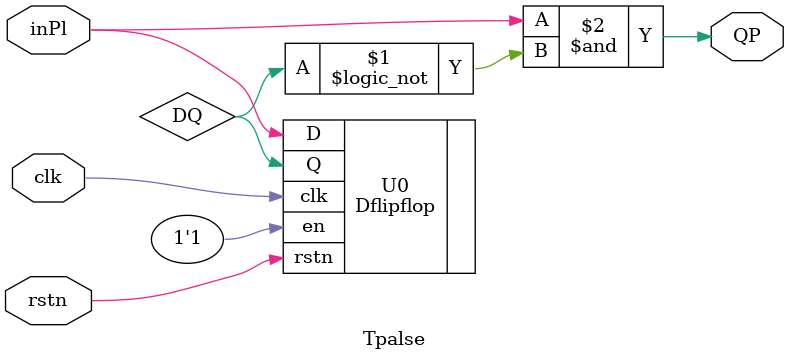
<source format=v>
`timescale 1ns / 1ps


module Tpalse(
    input wire clk, rstn, inPl,
    output wire QP
);

    wire DQ;
    Dflipflop   U0 (.Q(DQ), .en(1'b1), .clk(clk), .rstn(rstn), .D(inPl));
    assign QP = inPl&!DQ;
        
endmodule

</source>
